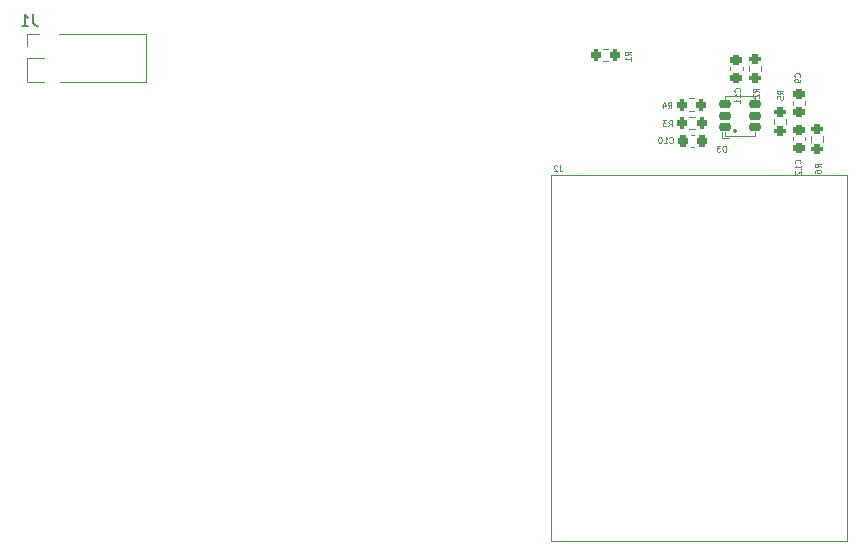
<source format=gbo>
G04 #@! TF.GenerationSoftware,KiCad,Pcbnew,9.0.0*
G04 #@! TF.CreationDate,2025-09-02T13:29:40+03:00*
G04 #@! TF.ProjectId,GSM_SMA_V1.0,47534d5f-534d-4415-9f56-312e302e6b69,rev?*
G04 #@! TF.SameCoordinates,Original*
G04 #@! TF.FileFunction,Legend,Bot*
G04 #@! TF.FilePolarity,Positive*
%FSLAX46Y46*%
G04 Gerber Fmt 4.6, Leading zero omitted, Abs format (unit mm)*
G04 Created by KiCad (PCBNEW 9.0.0) date 2025-09-02 13:29:40*
%MOMM*%
%LPD*%
G01*
G04 APERTURE LIST*
G04 Aperture macros list*
%AMRoundRect*
0 Rectangle with rounded corners*
0 $1 Rounding radius*
0 $2 $3 $4 $5 $6 $7 $8 $9 X,Y pos of 4 corners*
0 Add a 4 corners polygon primitive as box body*
4,1,4,$2,$3,$4,$5,$6,$7,$8,$9,$2,$3,0*
0 Add four circle primitives for the rounded corners*
1,1,$1+$1,$2,$3*
1,1,$1+$1,$4,$5*
1,1,$1+$1,$6,$7*
1,1,$1+$1,$8,$9*
0 Add four rect primitives between the rounded corners*
20,1,$1+$1,$2,$3,$4,$5,0*
20,1,$1+$1,$4,$5,$6,$7,0*
20,1,$1+$1,$6,$7,$8,$9,0*
20,1,$1+$1,$8,$9,$2,$3,0*%
%AMFreePoly0*
4,1,57,0.502519,2.957613,0.830507,2.882752,1.148050,2.771639,1.451157,2.625670,1.736014,2.446683,1.999040,2.236926,2.236926,1.999040,2.446683,1.736014,2.625670,1.451157,2.771639,1.148050,2.882752,0.830507,2.957613,0.502519,2.995280,0.168211,2.995280,-0.168211,2.957613,-0.502519,2.882752,-0.830507,2.771639,-1.148050,2.625670,-1.451157,2.446683,-1.736014,2.236926,-1.999040,
1.999040,-2.236926,1.736014,-2.446683,1.451157,-2.625670,1.148050,-2.771639,0.830507,-2.882752,0.502519,-2.957613,0.168211,-2.995280,-0.168211,-2.995280,-0.502519,-2.957613,-0.830507,-2.882752,-1.148050,-2.771639,-1.451157,-2.625670,-1.736014,-2.446683,-1.999040,-2.236926,-2.236926,-1.999040,-2.446683,-1.736014,-2.625670,-1.451157,-2.771639,-1.148050,-2.882752,-0.830507,-2.957613,-0.502519,
-2.995280,-0.168211,-2.995280,0.168211,-2.957613,0.502519,-2.882752,0.830507,-2.771639,1.148050,-2.625670,1.451157,-2.446683,1.736014,-2.236926,1.999040,-1.999040,2.236926,-1.736014,2.446683,-1.451157,2.625670,-1.148050,2.771639,-0.830507,2.882752,-0.502519,2.957613,-0.168211,2.995280,0.168211,2.995280,0.502519,2.957613,0.502519,2.957613,$1*%
G04 Aperture macros list end*
%ADD10C,0.100000*%
%ADD11C,0.150000*%
%ADD12C,0.120000*%
%ADD13C,0.300000*%
%ADD14FreePoly0,270.000000*%
%ADD15O,2.500000X2.500000*%
%ADD16RoundRect,0.225000X-0.250000X0.225000X-0.250000X-0.225000X0.250000X-0.225000X0.250000X0.225000X0*%
%ADD17RoundRect,0.200000X-0.275000X0.200000X-0.275000X-0.200000X0.275000X-0.200000X0.275000X0.200000X0*%
%ADD18RoundRect,0.225000X0.225000X0.250000X-0.225000X0.250000X-0.225000X-0.250000X0.225000X-0.250000X0*%
%ADD19RoundRect,0.130435X-0.419565X0.169565X-0.419565X-0.169565X0.419565X-0.169565X0.419565X0.169565X0*%
%ADD20RoundRect,0.200000X-0.200000X-0.275000X0.200000X-0.275000X0.200000X0.275000X-0.200000X0.275000X0*%
%ADD21RoundRect,0.200000X0.200000X0.275000X-0.200000X0.275000X-0.200000X-0.275000X0.200000X-0.275000X0*%
%ADD22RoundRect,0.225000X0.250000X-0.225000X0.250000X0.225000X-0.250000X0.225000X-0.250000X-0.225000X0*%
%ADD23R,1.350000X1.350000*%
%ADD24O,1.350000X1.350000*%
%ADD25R,1.300000X2.400000*%
%ADD26RoundRect,0.200000X0.275000X-0.200000X0.275000X0.200000X-0.275000X0.200000X-0.275000X-0.200000X0*%
G04 APERTURE END LIST*
D10*
X142078490Y-88598571D02*
X142102300Y-88574762D01*
X142102300Y-88574762D02*
X142126109Y-88503333D01*
X142126109Y-88503333D02*
X142126109Y-88455714D01*
X142126109Y-88455714D02*
X142102300Y-88384286D01*
X142102300Y-88384286D02*
X142054680Y-88336667D01*
X142054680Y-88336667D02*
X142007061Y-88312857D01*
X142007061Y-88312857D02*
X141911823Y-88289048D01*
X141911823Y-88289048D02*
X141840395Y-88289048D01*
X141840395Y-88289048D02*
X141745157Y-88312857D01*
X141745157Y-88312857D02*
X141697538Y-88336667D01*
X141697538Y-88336667D02*
X141649919Y-88384286D01*
X141649919Y-88384286D02*
X141626109Y-88455714D01*
X141626109Y-88455714D02*
X141626109Y-88503333D01*
X141626109Y-88503333D02*
X141649919Y-88574762D01*
X141649919Y-88574762D02*
X141673728Y-88598571D01*
X142126109Y-89074762D02*
X142126109Y-88789048D01*
X142126109Y-88931905D02*
X141626109Y-88931905D01*
X141626109Y-88931905D02*
X141697538Y-88884286D01*
X141697538Y-88884286D02*
X141745157Y-88836667D01*
X141745157Y-88836667D02*
X141768966Y-88789048D01*
X141673728Y-89265238D02*
X141649919Y-89289047D01*
X141649919Y-89289047D02*
X141626109Y-89336666D01*
X141626109Y-89336666D02*
X141626109Y-89455714D01*
X141626109Y-89455714D02*
X141649919Y-89503333D01*
X141649919Y-89503333D02*
X141673728Y-89527142D01*
X141673728Y-89527142D02*
X141721347Y-89550952D01*
X141721347Y-89550952D02*
X141768966Y-89550952D01*
X141768966Y-89550952D02*
X141840395Y-89527142D01*
X141840395Y-89527142D02*
X142126109Y-89241428D01*
X142126109Y-89241428D02*
X142126109Y-89550952D01*
X138561109Y-82561666D02*
X138323014Y-82395000D01*
X138561109Y-82275952D02*
X138061109Y-82275952D01*
X138061109Y-82275952D02*
X138061109Y-82466428D01*
X138061109Y-82466428D02*
X138084919Y-82514047D01*
X138084919Y-82514047D02*
X138108728Y-82537857D01*
X138108728Y-82537857D02*
X138156347Y-82561666D01*
X138156347Y-82561666D02*
X138227776Y-82561666D01*
X138227776Y-82561666D02*
X138275395Y-82537857D01*
X138275395Y-82537857D02*
X138299204Y-82514047D01*
X138299204Y-82514047D02*
X138323014Y-82466428D01*
X138323014Y-82466428D02*
X138323014Y-82275952D01*
X138108728Y-82752143D02*
X138084919Y-82775952D01*
X138084919Y-82775952D02*
X138061109Y-82823571D01*
X138061109Y-82823571D02*
X138061109Y-82942619D01*
X138061109Y-82942619D02*
X138084919Y-82990238D01*
X138084919Y-82990238D02*
X138108728Y-83014047D01*
X138108728Y-83014047D02*
X138156347Y-83037857D01*
X138156347Y-83037857D02*
X138203966Y-83037857D01*
X138203966Y-83037857D02*
X138275395Y-83014047D01*
X138275395Y-83014047D02*
X138561109Y-82728333D01*
X138561109Y-82728333D02*
X138561109Y-83037857D01*
X131021428Y-86818490D02*
X131045237Y-86842300D01*
X131045237Y-86842300D02*
X131116666Y-86866109D01*
X131116666Y-86866109D02*
X131164285Y-86866109D01*
X131164285Y-86866109D02*
X131235713Y-86842300D01*
X131235713Y-86842300D02*
X131283332Y-86794680D01*
X131283332Y-86794680D02*
X131307142Y-86747061D01*
X131307142Y-86747061D02*
X131330951Y-86651823D01*
X131330951Y-86651823D02*
X131330951Y-86580395D01*
X131330951Y-86580395D02*
X131307142Y-86485157D01*
X131307142Y-86485157D02*
X131283332Y-86437538D01*
X131283332Y-86437538D02*
X131235713Y-86389919D01*
X131235713Y-86389919D02*
X131164285Y-86366109D01*
X131164285Y-86366109D02*
X131116666Y-86366109D01*
X131116666Y-86366109D02*
X131045237Y-86389919D01*
X131045237Y-86389919D02*
X131021428Y-86413728D01*
X130545237Y-86866109D02*
X130830951Y-86866109D01*
X130688094Y-86866109D02*
X130688094Y-86366109D01*
X130688094Y-86366109D02*
X130735713Y-86437538D01*
X130735713Y-86437538D02*
X130783332Y-86485157D01*
X130783332Y-86485157D02*
X130830951Y-86508966D01*
X130235714Y-86366109D02*
X130188095Y-86366109D01*
X130188095Y-86366109D02*
X130140476Y-86389919D01*
X130140476Y-86389919D02*
X130116666Y-86413728D01*
X130116666Y-86413728D02*
X130092857Y-86461347D01*
X130092857Y-86461347D02*
X130069047Y-86556585D01*
X130069047Y-86556585D02*
X130069047Y-86675633D01*
X130069047Y-86675633D02*
X130092857Y-86770871D01*
X130092857Y-86770871D02*
X130116666Y-86818490D01*
X130116666Y-86818490D02*
X130140476Y-86842300D01*
X130140476Y-86842300D02*
X130188095Y-86866109D01*
X130188095Y-86866109D02*
X130235714Y-86866109D01*
X130235714Y-86866109D02*
X130283333Y-86842300D01*
X130283333Y-86842300D02*
X130307142Y-86818490D01*
X130307142Y-86818490D02*
X130330952Y-86770871D01*
X130330952Y-86770871D02*
X130354761Y-86675633D01*
X130354761Y-86675633D02*
X130354761Y-86556585D01*
X130354761Y-86556585D02*
X130330952Y-86461347D01*
X130330952Y-86461347D02*
X130307142Y-86413728D01*
X130307142Y-86413728D02*
X130283333Y-86389919D01*
X130283333Y-86389919D02*
X130235714Y-86366109D01*
X135777940Y-87614195D02*
X135777940Y-87114195D01*
X135777940Y-87114195D02*
X135658892Y-87114195D01*
X135658892Y-87114195D02*
X135587464Y-87138005D01*
X135587464Y-87138005D02*
X135539845Y-87185624D01*
X135539845Y-87185624D02*
X135516035Y-87233243D01*
X135516035Y-87233243D02*
X135492226Y-87328481D01*
X135492226Y-87328481D02*
X135492226Y-87399909D01*
X135492226Y-87399909D02*
X135516035Y-87495147D01*
X135516035Y-87495147D02*
X135539845Y-87542766D01*
X135539845Y-87542766D02*
X135587464Y-87590386D01*
X135587464Y-87590386D02*
X135658892Y-87614195D01*
X135658892Y-87614195D02*
X135777940Y-87614195D01*
X135325559Y-87114195D02*
X135016035Y-87114195D01*
X135016035Y-87114195D02*
X135182702Y-87304671D01*
X135182702Y-87304671D02*
X135111273Y-87304671D01*
X135111273Y-87304671D02*
X135063654Y-87328481D01*
X135063654Y-87328481D02*
X135039845Y-87352290D01*
X135039845Y-87352290D02*
X135016035Y-87399909D01*
X135016035Y-87399909D02*
X135016035Y-87518957D01*
X135016035Y-87518957D02*
X135039845Y-87566576D01*
X135039845Y-87566576D02*
X135063654Y-87590386D01*
X135063654Y-87590386D02*
X135111273Y-87614195D01*
X135111273Y-87614195D02*
X135254130Y-87614195D01*
X135254130Y-87614195D02*
X135301749Y-87590386D01*
X135301749Y-87590386D02*
X135325559Y-87566576D01*
X127756109Y-79446666D02*
X127518014Y-79280000D01*
X127756109Y-79160952D02*
X127256109Y-79160952D01*
X127256109Y-79160952D02*
X127256109Y-79351428D01*
X127256109Y-79351428D02*
X127279919Y-79399047D01*
X127279919Y-79399047D02*
X127303728Y-79422857D01*
X127303728Y-79422857D02*
X127351347Y-79446666D01*
X127351347Y-79446666D02*
X127422776Y-79446666D01*
X127422776Y-79446666D02*
X127470395Y-79422857D01*
X127470395Y-79422857D02*
X127494204Y-79399047D01*
X127494204Y-79399047D02*
X127518014Y-79351428D01*
X127518014Y-79351428D02*
X127518014Y-79160952D01*
X127756109Y-79922857D02*
X127756109Y-79637143D01*
X127756109Y-79780000D02*
X127256109Y-79780000D01*
X127256109Y-79780000D02*
X127327538Y-79732381D01*
X127327538Y-79732381D02*
X127375157Y-79684762D01*
X127375157Y-79684762D02*
X127398966Y-79637143D01*
X130893333Y-83936109D02*
X131059999Y-83698014D01*
X131179047Y-83936109D02*
X131179047Y-83436109D01*
X131179047Y-83436109D02*
X130988571Y-83436109D01*
X130988571Y-83436109D02*
X130940952Y-83459919D01*
X130940952Y-83459919D02*
X130917142Y-83483728D01*
X130917142Y-83483728D02*
X130893333Y-83531347D01*
X130893333Y-83531347D02*
X130893333Y-83602776D01*
X130893333Y-83602776D02*
X130917142Y-83650395D01*
X130917142Y-83650395D02*
X130940952Y-83674204D01*
X130940952Y-83674204D02*
X130988571Y-83698014D01*
X130988571Y-83698014D02*
X131179047Y-83698014D01*
X130464761Y-83602776D02*
X130464761Y-83936109D01*
X130583809Y-83412300D02*
X130702856Y-83769442D01*
X130702856Y-83769442D02*
X130393333Y-83769442D01*
X136973490Y-82533571D02*
X136997300Y-82509762D01*
X136997300Y-82509762D02*
X137021109Y-82438333D01*
X137021109Y-82438333D02*
X137021109Y-82390714D01*
X137021109Y-82390714D02*
X136997300Y-82319286D01*
X136997300Y-82319286D02*
X136949680Y-82271667D01*
X136949680Y-82271667D02*
X136902061Y-82247857D01*
X136902061Y-82247857D02*
X136806823Y-82224048D01*
X136806823Y-82224048D02*
X136735395Y-82224048D01*
X136735395Y-82224048D02*
X136640157Y-82247857D01*
X136640157Y-82247857D02*
X136592538Y-82271667D01*
X136592538Y-82271667D02*
X136544919Y-82319286D01*
X136544919Y-82319286D02*
X136521109Y-82390714D01*
X136521109Y-82390714D02*
X136521109Y-82438333D01*
X136521109Y-82438333D02*
X136544919Y-82509762D01*
X136544919Y-82509762D02*
X136568728Y-82533571D01*
X137021109Y-83009762D02*
X137021109Y-82724048D01*
X137021109Y-82866905D02*
X136521109Y-82866905D01*
X136521109Y-82866905D02*
X136592538Y-82819286D01*
X136592538Y-82819286D02*
X136640157Y-82771667D01*
X136640157Y-82771667D02*
X136663966Y-82724048D01*
X137021109Y-83485952D02*
X137021109Y-83200238D01*
X137021109Y-83343095D02*
X136521109Y-83343095D01*
X136521109Y-83343095D02*
X136592538Y-83295476D01*
X136592538Y-83295476D02*
X136640157Y-83247857D01*
X136640157Y-83247857D02*
X136663966Y-83200238D01*
D11*
X77163333Y-75974819D02*
X77163333Y-76689104D01*
X77163333Y-76689104D02*
X77210952Y-76831961D01*
X77210952Y-76831961D02*
X77306190Y-76927200D01*
X77306190Y-76927200D02*
X77449047Y-76974819D01*
X77449047Y-76974819D02*
X77544285Y-76974819D01*
X76163333Y-76974819D02*
X76734761Y-76974819D01*
X76449047Y-76974819D02*
X76449047Y-75974819D01*
X76449047Y-75974819D02*
X76544285Y-76117676D01*
X76544285Y-76117676D02*
X76639523Y-76212914D01*
X76639523Y-76212914D02*
X76734761Y-76260533D01*
D10*
X130933333Y-85466109D02*
X131099999Y-85228014D01*
X131219047Y-85466109D02*
X131219047Y-84966109D01*
X131219047Y-84966109D02*
X131028571Y-84966109D01*
X131028571Y-84966109D02*
X130980952Y-84989919D01*
X130980952Y-84989919D02*
X130957142Y-85013728D01*
X130957142Y-85013728D02*
X130933333Y-85061347D01*
X130933333Y-85061347D02*
X130933333Y-85132776D01*
X130933333Y-85132776D02*
X130957142Y-85180395D01*
X130957142Y-85180395D02*
X130980952Y-85204204D01*
X130980952Y-85204204D02*
X131028571Y-85228014D01*
X131028571Y-85228014D02*
X131219047Y-85228014D01*
X130766666Y-84966109D02*
X130457142Y-84966109D01*
X130457142Y-84966109D02*
X130623809Y-85156585D01*
X130623809Y-85156585D02*
X130552380Y-85156585D01*
X130552380Y-85156585D02*
X130504761Y-85180395D01*
X130504761Y-85180395D02*
X130480952Y-85204204D01*
X130480952Y-85204204D02*
X130457142Y-85251823D01*
X130457142Y-85251823D02*
X130457142Y-85370871D01*
X130457142Y-85370871D02*
X130480952Y-85418490D01*
X130480952Y-85418490D02*
X130504761Y-85442300D01*
X130504761Y-85442300D02*
X130552380Y-85466109D01*
X130552380Y-85466109D02*
X130695237Y-85466109D01*
X130695237Y-85466109D02*
X130742856Y-85442300D01*
X130742856Y-85442300D02*
X130766666Y-85418490D01*
X140646109Y-82721666D02*
X140408014Y-82555000D01*
X140646109Y-82435952D02*
X140146109Y-82435952D01*
X140146109Y-82435952D02*
X140146109Y-82626428D01*
X140146109Y-82626428D02*
X140169919Y-82674047D01*
X140169919Y-82674047D02*
X140193728Y-82697857D01*
X140193728Y-82697857D02*
X140241347Y-82721666D01*
X140241347Y-82721666D02*
X140312776Y-82721666D01*
X140312776Y-82721666D02*
X140360395Y-82697857D01*
X140360395Y-82697857D02*
X140384204Y-82674047D01*
X140384204Y-82674047D02*
X140408014Y-82626428D01*
X140408014Y-82626428D02*
X140408014Y-82435952D01*
X140146109Y-83174047D02*
X140146109Y-82935952D01*
X140146109Y-82935952D02*
X140384204Y-82912143D01*
X140384204Y-82912143D02*
X140360395Y-82935952D01*
X140360395Y-82935952D02*
X140336585Y-82983571D01*
X140336585Y-82983571D02*
X140336585Y-83102619D01*
X140336585Y-83102619D02*
X140360395Y-83150238D01*
X140360395Y-83150238D02*
X140384204Y-83174047D01*
X140384204Y-83174047D02*
X140431823Y-83197857D01*
X140431823Y-83197857D02*
X140550871Y-83197857D01*
X140550871Y-83197857D02*
X140598490Y-83174047D01*
X140598490Y-83174047D02*
X140622300Y-83150238D01*
X140622300Y-83150238D02*
X140646109Y-83102619D01*
X140646109Y-83102619D02*
X140646109Y-82983571D01*
X140646109Y-82983571D02*
X140622300Y-82935952D01*
X140622300Y-82935952D02*
X140598490Y-82912143D01*
X121716666Y-88766109D02*
X121716666Y-89123252D01*
X121716666Y-89123252D02*
X121740475Y-89194680D01*
X121740475Y-89194680D02*
X121788094Y-89242300D01*
X121788094Y-89242300D02*
X121859523Y-89266109D01*
X121859523Y-89266109D02*
X121907142Y-89266109D01*
X121502380Y-88813728D02*
X121478571Y-88789919D01*
X121478571Y-88789919D02*
X121430952Y-88766109D01*
X121430952Y-88766109D02*
X121311904Y-88766109D01*
X121311904Y-88766109D02*
X121264285Y-88789919D01*
X121264285Y-88789919D02*
X121240476Y-88813728D01*
X121240476Y-88813728D02*
X121216666Y-88861347D01*
X121216666Y-88861347D02*
X121216666Y-88908966D01*
X121216666Y-88908966D02*
X121240476Y-88980395D01*
X121240476Y-88980395D02*
X121526190Y-89266109D01*
X121526190Y-89266109D02*
X121216666Y-89266109D01*
X142048490Y-81266666D02*
X142072300Y-81242857D01*
X142072300Y-81242857D02*
X142096109Y-81171428D01*
X142096109Y-81171428D02*
X142096109Y-81123809D01*
X142096109Y-81123809D02*
X142072300Y-81052381D01*
X142072300Y-81052381D02*
X142024680Y-81004762D01*
X142024680Y-81004762D02*
X141977061Y-80980952D01*
X141977061Y-80980952D02*
X141881823Y-80957143D01*
X141881823Y-80957143D02*
X141810395Y-80957143D01*
X141810395Y-80957143D02*
X141715157Y-80980952D01*
X141715157Y-80980952D02*
X141667538Y-81004762D01*
X141667538Y-81004762D02*
X141619919Y-81052381D01*
X141619919Y-81052381D02*
X141596109Y-81123809D01*
X141596109Y-81123809D02*
X141596109Y-81171428D01*
X141596109Y-81171428D02*
X141619919Y-81242857D01*
X141619919Y-81242857D02*
X141643728Y-81266666D01*
X142096109Y-81504762D02*
X142096109Y-81600000D01*
X142096109Y-81600000D02*
X142072300Y-81647619D01*
X142072300Y-81647619D02*
X142048490Y-81671428D01*
X142048490Y-81671428D02*
X141977061Y-81719047D01*
X141977061Y-81719047D02*
X141881823Y-81742857D01*
X141881823Y-81742857D02*
X141691347Y-81742857D01*
X141691347Y-81742857D02*
X141643728Y-81719047D01*
X141643728Y-81719047D02*
X141619919Y-81695238D01*
X141619919Y-81695238D02*
X141596109Y-81647619D01*
X141596109Y-81647619D02*
X141596109Y-81552381D01*
X141596109Y-81552381D02*
X141619919Y-81504762D01*
X141619919Y-81504762D02*
X141643728Y-81480952D01*
X141643728Y-81480952D02*
X141691347Y-81457143D01*
X141691347Y-81457143D02*
X141810395Y-81457143D01*
X141810395Y-81457143D02*
X141858014Y-81480952D01*
X141858014Y-81480952D02*
X141881823Y-81504762D01*
X141881823Y-81504762D02*
X141905633Y-81552381D01*
X141905633Y-81552381D02*
X141905633Y-81647619D01*
X141905633Y-81647619D02*
X141881823Y-81695238D01*
X141881823Y-81695238D02*
X141858014Y-81719047D01*
X141858014Y-81719047D02*
X141810395Y-81742857D01*
X143816109Y-88946666D02*
X143578014Y-88780000D01*
X143816109Y-88660952D02*
X143316109Y-88660952D01*
X143316109Y-88660952D02*
X143316109Y-88851428D01*
X143316109Y-88851428D02*
X143339919Y-88899047D01*
X143339919Y-88899047D02*
X143363728Y-88922857D01*
X143363728Y-88922857D02*
X143411347Y-88946666D01*
X143411347Y-88946666D02*
X143482776Y-88946666D01*
X143482776Y-88946666D02*
X143530395Y-88922857D01*
X143530395Y-88922857D02*
X143554204Y-88899047D01*
X143554204Y-88899047D02*
X143578014Y-88851428D01*
X143578014Y-88851428D02*
X143578014Y-88660952D01*
X143316109Y-89375238D02*
X143316109Y-89280000D01*
X143316109Y-89280000D02*
X143339919Y-89232381D01*
X143339919Y-89232381D02*
X143363728Y-89208571D01*
X143363728Y-89208571D02*
X143435157Y-89160952D01*
X143435157Y-89160952D02*
X143530395Y-89137143D01*
X143530395Y-89137143D02*
X143720871Y-89137143D01*
X143720871Y-89137143D02*
X143768490Y-89160952D01*
X143768490Y-89160952D02*
X143792300Y-89184762D01*
X143792300Y-89184762D02*
X143816109Y-89232381D01*
X143816109Y-89232381D02*
X143816109Y-89327619D01*
X143816109Y-89327619D02*
X143792300Y-89375238D01*
X143792300Y-89375238D02*
X143768490Y-89399047D01*
X143768490Y-89399047D02*
X143720871Y-89422857D01*
X143720871Y-89422857D02*
X143601823Y-89422857D01*
X143601823Y-89422857D02*
X143554204Y-89399047D01*
X143554204Y-89399047D02*
X143530395Y-89375238D01*
X143530395Y-89375238D02*
X143506585Y-89327619D01*
X143506585Y-89327619D02*
X143506585Y-89232381D01*
X143506585Y-89232381D02*
X143530395Y-89184762D01*
X143530395Y-89184762D02*
X143554204Y-89160952D01*
X143554204Y-89160952D02*
X143601823Y-89137143D01*
D12*
X141480000Y-86660580D02*
X141480000Y-86379420D01*
X142500000Y-86660580D02*
X142500000Y-86379420D01*
X137722500Y-80822258D02*
X137722500Y-80347742D01*
X138767500Y-80822258D02*
X138767500Y-80347742D01*
X132839420Y-86200000D02*
X133120580Y-86200000D01*
X132839420Y-87220000D02*
X133120580Y-87220000D01*
D10*
X135450000Y-86495000D02*
X135450000Y-85985000D01*
X135750000Y-82895000D02*
X138300000Y-82895000D01*
X135750000Y-83145000D02*
X135750000Y-82895000D01*
X135750000Y-85935000D02*
X135750000Y-86285000D01*
X135750000Y-86285000D02*
X138250000Y-86285000D01*
X136040000Y-86495000D02*
X135450000Y-86495000D01*
X138250000Y-86285000D02*
X138250000Y-85975000D01*
X138300000Y-82895000D02*
X138300000Y-83215000D01*
D13*
X136600001Y-85865000D02*
X136600001Y-85865000D01*
X136600001Y-85865000D01*
X136600001Y-85865000D01*
X136600001Y-85865000D01*
X136600001Y-85865000D01*
X136600001Y-85865001D01*
X136600001Y-85865001D01*
X136600001Y-85865001D01*
X136600001Y-85865001D01*
X136600001Y-85865001D01*
X136600001Y-85865001D01*
X136600001Y-85865001D01*
X136600000Y-85865001D01*
X136600000Y-85865001D01*
X136600000Y-85865001D01*
X136600000Y-85865001D01*
X136600000Y-85865001D01*
X136600000Y-85865001D01*
X136600000Y-85865001D01*
X136600000Y-85865001D01*
X136600000Y-85865001D01*
X136600000Y-85865001D01*
X136600000Y-85865001D01*
X136600000Y-85865001D01*
X136599999Y-85865001D01*
X136599999Y-85865001D01*
X136599999Y-85865001D01*
X136599999Y-85865001D01*
X136599999Y-85865001D01*
X136599999Y-85865001D01*
X136599999Y-85865000D01*
X136599999Y-85865000D01*
X136599999Y-85865000D01*
X136599999Y-85865000D01*
X136599999Y-85865000D01*
X136599999Y-85865000D01*
X136599999Y-85865000D02*
X136599999Y-85865000D01*
X136599999Y-85865000D01*
X136599999Y-85865000D01*
X136599999Y-85865000D01*
X136599999Y-85865000D01*
X136599999Y-85865000D01*
X136599999Y-85864999D01*
X136599999Y-85864999D01*
X136599999Y-85864999D01*
X136599999Y-85864999D01*
X136599999Y-85864999D01*
X136600000Y-85864999D01*
X136600000Y-85864999D01*
X136600000Y-85864999D01*
X136600000Y-85864999D01*
X136600000Y-85864999D01*
X136600000Y-85864999D01*
X136600000Y-85864999D01*
X136600000Y-85864999D01*
X136600000Y-85864999D01*
X136600000Y-85864999D01*
X136600000Y-85864999D01*
X136600000Y-85864999D01*
X136600001Y-85864999D01*
X136600001Y-85864999D01*
X136600001Y-85864999D01*
X136600001Y-85864999D01*
X136600001Y-85864999D01*
X136600001Y-85864999D01*
X136600001Y-85865000D01*
X136600001Y-85865000D01*
X136600001Y-85865000D01*
X136600001Y-85865000D01*
X136600001Y-85865000D01*
X136600001Y-85865000D01*
X136600001Y-85865000D01*
D12*
X125382742Y-78897500D02*
X125857258Y-78897500D01*
X125382742Y-79942500D02*
X125857258Y-79942500D01*
X132662742Y-83107500D02*
X133137258Y-83107500D01*
X132662742Y-84152500D02*
X133137258Y-84152500D01*
X136185000Y-80454420D02*
X136185000Y-80735580D01*
X137205000Y-80454420D02*
X137205000Y-80735580D01*
X76590000Y-77610000D02*
X77650000Y-77610000D01*
X76590000Y-78670000D02*
X76590000Y-77610000D01*
X76590000Y-79670000D02*
X78650000Y-79670000D01*
X76590000Y-81730000D02*
X76590000Y-79670000D01*
X78650000Y-79670000D02*
X78650000Y-77610000D01*
X86710000Y-77610000D02*
X78650000Y-77610000D01*
X86710000Y-81730000D02*
X76590000Y-81730000D01*
X86710000Y-81730000D02*
X86710000Y-77610000D01*
X133167258Y-84657500D02*
X132692742Y-84657500D01*
X133167258Y-85702500D02*
X132692742Y-85702500D01*
X139847500Y-85302258D02*
X139847500Y-84827742D01*
X140892500Y-85302258D02*
X140892500Y-84827742D01*
D10*
X121020000Y-89590000D02*
X146020000Y-89590000D01*
X121020000Y-120590000D02*
X121020000Y-89590000D01*
X146020000Y-89590000D02*
X146020000Y-120590000D01*
X146020000Y-120590000D02*
X121020000Y-120590000D01*
D12*
X141480000Y-83354420D02*
X141480000Y-83635580D01*
X142500000Y-83354420D02*
X142500000Y-83635580D01*
X142987500Y-86282742D02*
X142987500Y-86757258D01*
X144032500Y-86282742D02*
X144032500Y-86757258D01*
%LPC*%
D14*
X80130000Y-103490000D03*
D15*
X106140000Y-116690000D03*
X103565000Y-114115000D03*
X108715000Y-114115000D03*
X108715000Y-119265000D03*
X103565000Y-119265000D03*
D14*
X153630000Y-103490000D03*
D15*
X92890000Y-116690000D03*
X90315000Y-114115000D03*
X95465000Y-114115000D03*
X95465000Y-119265000D03*
X90315000Y-119265000D03*
X79640000Y-116690000D03*
X77065000Y-114115000D03*
X82215000Y-114115000D03*
X82215000Y-119265000D03*
X77065000Y-119265000D03*
D16*
X141990000Y-85745000D03*
X141990000Y-87295000D03*
D17*
X138245000Y-79760000D03*
X138245000Y-81410000D03*
D18*
X133755000Y-86710000D03*
X132205000Y-86710000D03*
D19*
X135750000Y-85515000D03*
X135750000Y-84565000D03*
X135750000Y-83615000D03*
X138250000Y-83615000D03*
X138250000Y-84565000D03*
X138250000Y-85515000D03*
D20*
X124795000Y-79420000D03*
X126445000Y-79420000D03*
D21*
X133725000Y-83630000D03*
X132075000Y-83630000D03*
D22*
X136695000Y-81370000D03*
X136695000Y-79820000D03*
D23*
X77650000Y-78670000D03*
D24*
X77650000Y-80670000D03*
X79650000Y-78670000D03*
X79650000Y-80670000D03*
X81650000Y-78670000D03*
X81650000Y-80670000D03*
X83650000Y-78670000D03*
X83650000Y-80670000D03*
X85650000Y-78670000D03*
X85650000Y-80670000D03*
D20*
X132105000Y-85180000D03*
X133755000Y-85180000D03*
D17*
X140370000Y-84240000D03*
X140370000Y-85890000D03*
D25*
X135620000Y-116490000D03*
X133080000Y-116490000D03*
X130540000Y-116490000D03*
X130540000Y-93290000D03*
X133080000Y-93290000D03*
X135620000Y-93290000D03*
X123220000Y-116490000D03*
X123220000Y-93290000D03*
D22*
X141990000Y-84270000D03*
X141990000Y-82720000D03*
D26*
X143510000Y-87345000D03*
X143510000Y-85695000D03*
%LPD*%
M02*

</source>
